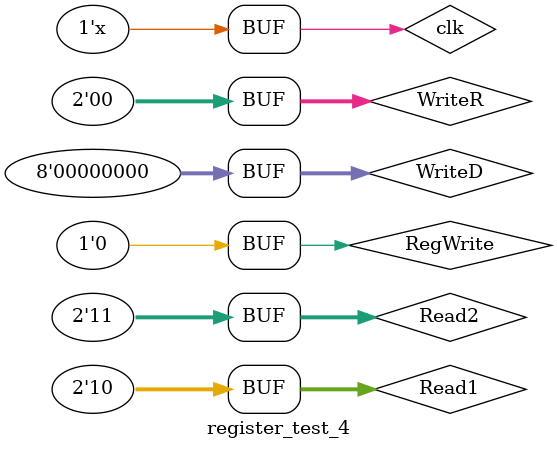
<source format=v>
`timescale 1ns / 1ps


module register_test_4;

	// Inputs
	reg clk;
	reg RegWrite;
	reg [1:0] Read1;
	reg [1:0] Read2;
	reg [1:0] WriteR;
	reg [7:0] WriteD;

	// Outputs
	wire [7:0] ReadD1;
	wire [7:0] ReadD2;

	// Instantiate the Unit Under Test (UUT)
	register uut (
		.clk(clk), 
		.RegWrite(RegWrite), 
		.Read1(Read1), 
		.Read2(Read2), 
		.WriteR(WriteR), 
		.WriteD(WriteD), 
		.ReadD1(ReadD1), 
		.ReadD2(ReadD2)
	);

	always #10 clk = ~clk;
	initial begin
		// Initialize Inputs
		clk = 0;
		RegWrite = 0;
		Read1 = 0;
		Read2 = 0;
		WriteR = 0;
		WriteD = 0;

		// Wait 100 ns for global reset to finish
		#100;
		// Add stimulus here

	   RegWrite = 1;
		Read1 = 0;
		Read2 = 0;
		WriteR = 2'b00;
		WriteD = 8'hAA;
		#100
		
		RegWrite = 1;
		Read1 = 0;
		Read2 = 0;
		WriteR = 2'b01;
		WriteD = 8'hFF;
		#100
		
		RegWrite = 1;
		Read1 = 0;
		Read2 = 0;
		WriteR = 2'b10;
		WriteD = 8'h11;
		#100
		
		RegWrite = 1;
		Read1 = 0;
		Read2 = 0;
		WriteR = 2'b11;
		WriteD = 8'hAB;
		#100
		
		RegWrite = 0;
		Read1 = 2'b00;
		Read2 = 2'b01;
		WriteR = 0;
		WriteD = 0;
		#100
		
		RegWrite = 0;
		Read1 = 2'b10;
		Read2 = 2'b11;
		WriteR = 0;
		WriteD = 0;
		

	end
      
endmodule


</source>
